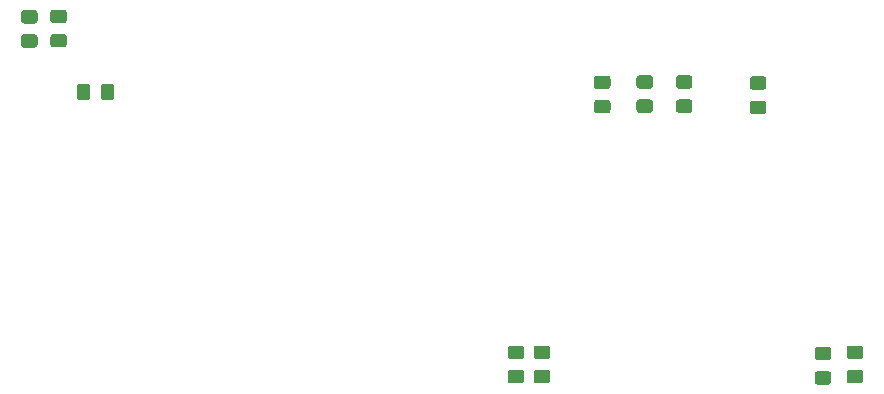
<source format=gbp>
G04 #@! TF.GenerationSoftware,KiCad,Pcbnew,(5.1.6-0-10_14)*
G04 #@! TF.CreationDate,2020-08-23T05:08:53+09:00*
G04 #@! TF.ProjectId,TAS6422AMP,54415336-3432-4324-914d-502e6b696361,0.3*
G04 #@! TF.SameCoordinates,Original*
G04 #@! TF.FileFunction,Paste,Bot*
G04 #@! TF.FilePolarity,Positive*
%FSLAX46Y46*%
G04 Gerber Fmt 4.6, Leading zero omitted, Abs format (unit mm)*
G04 Created by KiCad (PCBNEW (5.1.6-0-10_14)) date 2020-08-23 05:08:53*
%MOMM*%
%LPD*%
G01*
G04 APERTURE LIST*
G04 APERTURE END LIST*
G04 #@! TO.C,C54*
G36*
G01*
X164447459Y-144852540D02*
X165347461Y-144852540D01*
G75*
G02*
X165597460Y-145102539I0J-249999D01*
G01*
X165597460Y-145752541D01*
G75*
G02*
X165347461Y-146002540I-249999J0D01*
G01*
X164447459Y-146002540D01*
G75*
G02*
X164197460Y-145752541I0J249999D01*
G01*
X164197460Y-145102539D01*
G75*
G02*
X164447459Y-144852540I249999J0D01*
G01*
G37*
G36*
G01*
X164447459Y-142802540D02*
X165347461Y-142802540D01*
G75*
G02*
X165597460Y-143052539I0J-249999D01*
G01*
X165597460Y-143702541D01*
G75*
G02*
X165347461Y-143952540I-249999J0D01*
G01*
X164447459Y-143952540D01*
G75*
G02*
X164197460Y-143702541I0J249999D01*
G01*
X164197460Y-143052539D01*
G75*
G02*
X164447459Y-142802540I249999J0D01*
G01*
G37*
G04 #@! TD*
G04 #@! TO.C,C55*
G36*
G01*
X161747459Y-144952540D02*
X162647461Y-144952540D01*
G75*
G02*
X162897460Y-145202539I0J-249999D01*
G01*
X162897460Y-145852541D01*
G75*
G02*
X162647461Y-146102540I-249999J0D01*
G01*
X161747459Y-146102540D01*
G75*
G02*
X161497460Y-145852541I0J249999D01*
G01*
X161497460Y-145202539D01*
G75*
G02*
X161747459Y-144952540I249999J0D01*
G01*
G37*
G36*
G01*
X161747459Y-142902540D02*
X162647461Y-142902540D01*
G75*
G02*
X162897460Y-143152539I0J-249999D01*
G01*
X162897460Y-143802541D01*
G75*
G02*
X162647461Y-144052540I-249999J0D01*
G01*
X161747459Y-144052540D01*
G75*
G02*
X161497460Y-143802541I0J249999D01*
G01*
X161497460Y-143152539D01*
G75*
G02*
X161747459Y-142902540I249999J0D01*
G01*
G37*
G04 #@! TD*
G04 #@! TO.C,C56*
G36*
G01*
X137947459Y-144852540D02*
X138847461Y-144852540D01*
G75*
G02*
X139097460Y-145102539I0J-249999D01*
G01*
X139097460Y-145752541D01*
G75*
G02*
X138847461Y-146002540I-249999J0D01*
G01*
X137947459Y-146002540D01*
G75*
G02*
X137697460Y-145752541I0J249999D01*
G01*
X137697460Y-145102539D01*
G75*
G02*
X137947459Y-144852540I249999J0D01*
G01*
G37*
G36*
G01*
X137947459Y-142802540D02*
X138847461Y-142802540D01*
G75*
G02*
X139097460Y-143052539I0J-249999D01*
G01*
X139097460Y-143702541D01*
G75*
G02*
X138847461Y-143952540I-249999J0D01*
G01*
X137947459Y-143952540D01*
G75*
G02*
X137697460Y-143702541I0J249999D01*
G01*
X137697460Y-143052539D01*
G75*
G02*
X137947459Y-142802540I249999J0D01*
G01*
G37*
G04 #@! TD*
G04 #@! TO.C,C57*
G36*
G01*
X135747459Y-144852540D02*
X136647461Y-144852540D01*
G75*
G02*
X136897460Y-145102539I0J-249999D01*
G01*
X136897460Y-145752541D01*
G75*
G02*
X136647461Y-146002540I-249999J0D01*
G01*
X135747459Y-146002540D01*
G75*
G02*
X135497460Y-145752541I0J249999D01*
G01*
X135497460Y-145102539D01*
G75*
G02*
X135747459Y-144852540I249999J0D01*
G01*
G37*
G36*
G01*
X135747459Y-142802540D02*
X136647461Y-142802540D01*
G75*
G02*
X136897460Y-143052539I0J-249999D01*
G01*
X136897460Y-143702541D01*
G75*
G02*
X136647461Y-143952540I-249999J0D01*
G01*
X135747459Y-143952540D01*
G75*
G02*
X135497460Y-143702541I0J249999D01*
G01*
X135497460Y-143052539D01*
G75*
G02*
X135747459Y-142802540I249999J0D01*
G01*
G37*
G04 #@! TD*
G04 #@! TO.C,C41*
G36*
G01*
X156247459Y-122052540D02*
X157147461Y-122052540D01*
G75*
G02*
X157397460Y-122302539I0J-249999D01*
G01*
X157397460Y-122952541D01*
G75*
G02*
X157147461Y-123202540I-249999J0D01*
G01*
X156247459Y-123202540D01*
G75*
G02*
X155997460Y-122952541I0J249999D01*
G01*
X155997460Y-122302539D01*
G75*
G02*
X156247459Y-122052540I249999J0D01*
G01*
G37*
G36*
G01*
X156247459Y-120002540D02*
X157147461Y-120002540D01*
G75*
G02*
X157397460Y-120252539I0J-249999D01*
G01*
X157397460Y-120902541D01*
G75*
G02*
X157147461Y-121152540I-249999J0D01*
G01*
X156247459Y-121152540D01*
G75*
G02*
X155997460Y-120902541I0J249999D01*
G01*
X155997460Y-120252539D01*
G75*
G02*
X156247459Y-120002540I249999J0D01*
G01*
G37*
G04 #@! TD*
G04 #@! TO.C,C42*
G36*
G01*
X150894201Y-121055980D02*
X149994199Y-121055980D01*
G75*
G02*
X149744200Y-120805981I0J249999D01*
G01*
X149744200Y-120155979D01*
G75*
G02*
X149994199Y-119905980I249999J0D01*
G01*
X150894201Y-119905980D01*
G75*
G02*
X151144200Y-120155979I0J-249999D01*
G01*
X151144200Y-120805981D01*
G75*
G02*
X150894201Y-121055980I-249999J0D01*
G01*
G37*
G36*
G01*
X150894201Y-123105980D02*
X149994199Y-123105980D01*
G75*
G02*
X149744200Y-122855981I0J249999D01*
G01*
X149744200Y-122205979D01*
G75*
G02*
X149994199Y-121955980I249999J0D01*
G01*
X150894201Y-121955980D01*
G75*
G02*
X151144200Y-122205979I0J-249999D01*
G01*
X151144200Y-122855981D01*
G75*
G02*
X150894201Y-123105980I-249999J0D01*
G01*
G37*
G04 #@! TD*
G04 #@! TO.C,C43*
G36*
G01*
X146647459Y-121952540D02*
X147547461Y-121952540D01*
G75*
G02*
X147797460Y-122202539I0J-249999D01*
G01*
X147797460Y-122852541D01*
G75*
G02*
X147547461Y-123102540I-249999J0D01*
G01*
X146647459Y-123102540D01*
G75*
G02*
X146397460Y-122852541I0J249999D01*
G01*
X146397460Y-122202539D01*
G75*
G02*
X146647459Y-121952540I249999J0D01*
G01*
G37*
G36*
G01*
X146647459Y-119902540D02*
X147547461Y-119902540D01*
G75*
G02*
X147797460Y-120152539I0J-249999D01*
G01*
X147797460Y-120802541D01*
G75*
G02*
X147547461Y-121052540I-249999J0D01*
G01*
X146647459Y-121052540D01*
G75*
G02*
X146397460Y-120802541I0J249999D01*
G01*
X146397460Y-120152539D01*
G75*
G02*
X146647459Y-119902540I249999J0D01*
G01*
G37*
G04 #@! TD*
G04 #@! TO.C,C44*
G36*
G01*
X143957461Y-121092000D02*
X143057459Y-121092000D01*
G75*
G02*
X142807460Y-120842001I0J249999D01*
G01*
X142807460Y-120191999D01*
G75*
G02*
X143057459Y-119942000I249999J0D01*
G01*
X143957461Y-119942000D01*
G75*
G02*
X144207460Y-120191999I0J-249999D01*
G01*
X144207460Y-120842001D01*
G75*
G02*
X143957461Y-121092000I-249999J0D01*
G01*
G37*
G36*
G01*
X143957461Y-123142000D02*
X143057459Y-123142000D01*
G75*
G02*
X142807460Y-122892001I0J249999D01*
G01*
X142807460Y-122241999D01*
G75*
G02*
X143057459Y-121992000I249999J0D01*
G01*
X143957461Y-121992000D01*
G75*
G02*
X144207460Y-122241999I0J-249999D01*
G01*
X144207460Y-122892001D01*
G75*
G02*
X143957461Y-123142000I-249999J0D01*
G01*
G37*
G04 #@! TD*
G04 #@! TO.C,C68*
G36*
G01*
X99004320Y-121773101D02*
X99004320Y-120873099D01*
G75*
G02*
X99254319Y-120623100I249999J0D01*
G01*
X99904321Y-120623100D01*
G75*
G02*
X100154320Y-120873099I0J-249999D01*
G01*
X100154320Y-121773101D01*
G75*
G02*
X99904321Y-122023100I-249999J0D01*
G01*
X99254319Y-122023100D01*
G75*
G02*
X99004320Y-121773101I0J249999D01*
G01*
G37*
G36*
G01*
X101054320Y-121773101D02*
X101054320Y-120873099D01*
G75*
G02*
X101304319Y-120623100I249999J0D01*
G01*
X101954321Y-120623100D01*
G75*
G02*
X102204320Y-120873099I0J-249999D01*
G01*
X102204320Y-121773101D01*
G75*
G02*
X101954321Y-122023100I-249999J0D01*
G01*
X101304319Y-122023100D01*
G75*
G02*
X101054320Y-121773101I0J249999D01*
G01*
G37*
G04 #@! TD*
G04 #@! TO.C,R27*
G36*
G01*
X94551079Y-114381480D02*
X95451081Y-114381480D01*
G75*
G02*
X95701080Y-114631479I0J-249999D01*
G01*
X95701080Y-115281481D01*
G75*
G02*
X95451081Y-115531480I-249999J0D01*
G01*
X94551079Y-115531480D01*
G75*
G02*
X94301080Y-115281481I0J249999D01*
G01*
X94301080Y-114631479D01*
G75*
G02*
X94551079Y-114381480I249999J0D01*
G01*
G37*
G36*
G01*
X94551079Y-116431480D02*
X95451081Y-116431480D01*
G75*
G02*
X95701080Y-116681479I0J-249999D01*
G01*
X95701080Y-117331481D01*
G75*
G02*
X95451081Y-117581480I-249999J0D01*
G01*
X94551079Y-117581480D01*
G75*
G02*
X94301080Y-117331481I0J249999D01*
G01*
X94301080Y-116681479D01*
G75*
G02*
X94551079Y-116431480I249999J0D01*
G01*
G37*
G04 #@! TD*
G04 #@! TO.C,R28*
G36*
G01*
X97032659Y-116406080D02*
X97932661Y-116406080D01*
G75*
G02*
X98182660Y-116656079I0J-249999D01*
G01*
X98182660Y-117306081D01*
G75*
G02*
X97932661Y-117556080I-249999J0D01*
G01*
X97032659Y-117556080D01*
G75*
G02*
X96782660Y-117306081I0J249999D01*
G01*
X96782660Y-116656079D01*
G75*
G02*
X97032659Y-116406080I249999J0D01*
G01*
G37*
G36*
G01*
X97032659Y-114356080D02*
X97932661Y-114356080D01*
G75*
G02*
X98182660Y-114606079I0J-249999D01*
G01*
X98182660Y-115256081D01*
G75*
G02*
X97932661Y-115506080I-249999J0D01*
G01*
X97032659Y-115506080D01*
G75*
G02*
X96782660Y-115256081I0J249999D01*
G01*
X96782660Y-114606079D01*
G75*
G02*
X97032659Y-114356080I249999J0D01*
G01*
G37*
G04 #@! TD*
M02*

</source>
